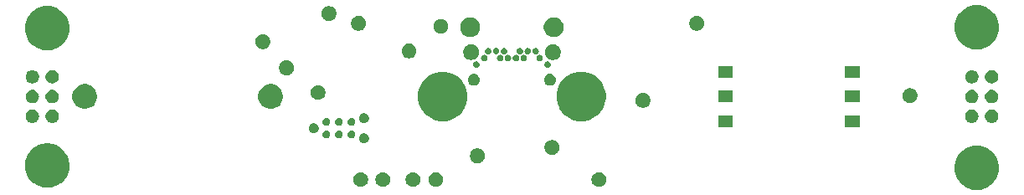
<source format=gbr>
G04 #@! TF.GenerationSoftware,KiCad,Pcbnew,(5.0.2)-1*
G04 #@! TF.CreationDate,2019-02-15T16:33:03-08:00*
G04 #@! TF.ProjectId,nixie_bottom_board,6e697869-655f-4626-9f74-746f6d5f626f,rev?*
G04 #@! TF.SameCoordinates,Original*
G04 #@! TF.FileFunction,Soldermask,Bot*
G04 #@! TF.FilePolarity,Negative*
%FSLAX46Y46*%
G04 Gerber Fmt 4.6, Leading zero omitted, Abs format (unit mm)*
G04 Created by KiCad (PCBNEW (5.0.2)-1) date 2/15/2019 4:33:03 PM*
%MOMM*%
%LPD*%
G01*
G04 APERTURE LIST*
%ADD10C,0.100000*%
G04 APERTURE END LIST*
D10*
G36*
X197366504Y-104978822D02*
X197656303Y-105036466D01*
X198065773Y-105206074D01*
X198190474Y-105289397D01*
X198433622Y-105451863D01*
X198434293Y-105452312D01*
X198747688Y-105765707D01*
X198993926Y-106134227D01*
X199163534Y-106543697D01*
X199187591Y-106664641D01*
X199250000Y-106978394D01*
X199250000Y-107421606D01*
X199232278Y-107510700D01*
X199163534Y-107856303D01*
X198993926Y-108265773D01*
X198854880Y-108473869D01*
X198747689Y-108634292D01*
X198434292Y-108947689D01*
X198365096Y-108993924D01*
X198065773Y-109193926D01*
X197656303Y-109363534D01*
X197366504Y-109421178D01*
X197221606Y-109450000D01*
X196778394Y-109450000D01*
X196633496Y-109421178D01*
X196343697Y-109363534D01*
X195934227Y-109193926D01*
X195634904Y-108993924D01*
X195565708Y-108947689D01*
X195252311Y-108634292D01*
X195145120Y-108473869D01*
X195006074Y-108265773D01*
X194836466Y-107856303D01*
X194767722Y-107510700D01*
X194750000Y-107421606D01*
X194750000Y-106978394D01*
X194812409Y-106664641D01*
X194836466Y-106543697D01*
X195006074Y-106134227D01*
X195252312Y-105765707D01*
X195565707Y-105452312D01*
X195566379Y-105451863D01*
X195809526Y-105289397D01*
X195934227Y-105206074D01*
X196343697Y-105036466D01*
X196633496Y-104978822D01*
X196778394Y-104950000D01*
X197221606Y-104950000D01*
X197366504Y-104978822D01*
X197366504Y-104978822D01*
G37*
G36*
X103366504Y-104778822D02*
X103656303Y-104836466D01*
X104065773Y-105006074D01*
X104147270Y-105060529D01*
X104434292Y-105252311D01*
X104747689Y-105565708D01*
X104793740Y-105634628D01*
X104993926Y-105934227D01*
X105163534Y-106343697D01*
X105190268Y-106478098D01*
X105250000Y-106778394D01*
X105250000Y-107221606D01*
X105232278Y-107310700D01*
X105163534Y-107656303D01*
X104993926Y-108065773D01*
X104872188Y-108247966D01*
X104747689Y-108434292D01*
X104434292Y-108747689D01*
X104322980Y-108822065D01*
X104065773Y-108993926D01*
X103656303Y-109163534D01*
X103366504Y-109221178D01*
X103221606Y-109250000D01*
X102778394Y-109250000D01*
X102633496Y-109221178D01*
X102343697Y-109163534D01*
X101934227Y-108993926D01*
X101677020Y-108822065D01*
X101565708Y-108747689D01*
X101252311Y-108434292D01*
X101127812Y-108247966D01*
X101006074Y-108065773D01*
X100836466Y-107656303D01*
X100767722Y-107310700D01*
X100750000Y-107221606D01*
X100750000Y-106778394D01*
X100809732Y-106478098D01*
X100836466Y-106343697D01*
X101006074Y-105934227D01*
X101206260Y-105634628D01*
X101252311Y-105565708D01*
X101565708Y-105252311D01*
X101852730Y-105060529D01*
X101934227Y-105006074D01*
X102343697Y-104836466D01*
X102633496Y-104778822D01*
X102778394Y-104750000D01*
X103221606Y-104750000D01*
X103366504Y-104778822D01*
X103366504Y-104778822D01*
G37*
G36*
X142518768Y-107678822D02*
X142655256Y-107735357D01*
X142778098Y-107817438D01*
X142882562Y-107921902D01*
X142964643Y-108044744D01*
X143021178Y-108181232D01*
X143050000Y-108326131D01*
X143050000Y-108473869D01*
X143021178Y-108618768D01*
X142964643Y-108755256D01*
X142882562Y-108878098D01*
X142778098Y-108982562D01*
X142655256Y-109064643D01*
X142518768Y-109121178D01*
X142373869Y-109150000D01*
X142226131Y-109150000D01*
X142081232Y-109121178D01*
X141944744Y-109064643D01*
X141821902Y-108982562D01*
X141717438Y-108878098D01*
X141635357Y-108755256D01*
X141578822Y-108618768D01*
X141550000Y-108473869D01*
X141550000Y-108326131D01*
X141578822Y-108181232D01*
X141635357Y-108044744D01*
X141717438Y-107921902D01*
X141821902Y-107817438D01*
X141944744Y-107735357D01*
X142081232Y-107678822D01*
X142226131Y-107650000D01*
X142373869Y-107650000D01*
X142518768Y-107678822D01*
X142518768Y-107678822D01*
G37*
G36*
X159018768Y-107678822D02*
X159155256Y-107735357D01*
X159278098Y-107817438D01*
X159382562Y-107921902D01*
X159464643Y-108044744D01*
X159521178Y-108181232D01*
X159550000Y-108326131D01*
X159550000Y-108473869D01*
X159521178Y-108618768D01*
X159464643Y-108755256D01*
X159382562Y-108878098D01*
X159278098Y-108982562D01*
X159155256Y-109064643D01*
X159018768Y-109121178D01*
X158873869Y-109150000D01*
X158726131Y-109150000D01*
X158581232Y-109121178D01*
X158444744Y-109064643D01*
X158321902Y-108982562D01*
X158217438Y-108878098D01*
X158135357Y-108755256D01*
X158078822Y-108618768D01*
X158050000Y-108473869D01*
X158050000Y-108326131D01*
X158078822Y-108181232D01*
X158135357Y-108044744D01*
X158217438Y-107921902D01*
X158321902Y-107817438D01*
X158444744Y-107735357D01*
X158581232Y-107678822D01*
X158726131Y-107650000D01*
X158873869Y-107650000D01*
X159018768Y-107678822D01*
X159018768Y-107678822D01*
G37*
G36*
X140218768Y-107678822D02*
X140355256Y-107735357D01*
X140478098Y-107817438D01*
X140582562Y-107921902D01*
X140664643Y-108044744D01*
X140721178Y-108181232D01*
X140750000Y-108326131D01*
X140750000Y-108473869D01*
X140721178Y-108618768D01*
X140664643Y-108755256D01*
X140582562Y-108878098D01*
X140478098Y-108982562D01*
X140355256Y-109064643D01*
X140218768Y-109121178D01*
X140073869Y-109150000D01*
X139926131Y-109150000D01*
X139781232Y-109121178D01*
X139644744Y-109064643D01*
X139521902Y-108982562D01*
X139417438Y-108878098D01*
X139335357Y-108755256D01*
X139278822Y-108618768D01*
X139250000Y-108473869D01*
X139250000Y-108326131D01*
X139278822Y-108181232D01*
X139335357Y-108044744D01*
X139417438Y-107921902D01*
X139521902Y-107817438D01*
X139644744Y-107735357D01*
X139781232Y-107678822D01*
X139926131Y-107650000D01*
X140073869Y-107650000D01*
X140218768Y-107678822D01*
X140218768Y-107678822D01*
G37*
G36*
X137168768Y-107678822D02*
X137305256Y-107735357D01*
X137428098Y-107817438D01*
X137532562Y-107921902D01*
X137614643Y-108044744D01*
X137671178Y-108181232D01*
X137700000Y-108326131D01*
X137700000Y-108473869D01*
X137671178Y-108618768D01*
X137614643Y-108755256D01*
X137532562Y-108878098D01*
X137428098Y-108982562D01*
X137305256Y-109064643D01*
X137168768Y-109121178D01*
X137023869Y-109150000D01*
X136876131Y-109150000D01*
X136731232Y-109121178D01*
X136594744Y-109064643D01*
X136471902Y-108982562D01*
X136367438Y-108878098D01*
X136285357Y-108755256D01*
X136228822Y-108618768D01*
X136200000Y-108473869D01*
X136200000Y-108326131D01*
X136228822Y-108181232D01*
X136285357Y-108044744D01*
X136367438Y-107921902D01*
X136471902Y-107817438D01*
X136594744Y-107735357D01*
X136731232Y-107678822D01*
X136876131Y-107650000D01*
X137023869Y-107650000D01*
X137168768Y-107678822D01*
X137168768Y-107678822D01*
G37*
G36*
X134918768Y-107678822D02*
X135055256Y-107735357D01*
X135178098Y-107817438D01*
X135282562Y-107921902D01*
X135364643Y-108044744D01*
X135421178Y-108181232D01*
X135450000Y-108326131D01*
X135450000Y-108473869D01*
X135421178Y-108618768D01*
X135364643Y-108755256D01*
X135282562Y-108878098D01*
X135178098Y-108982562D01*
X135055256Y-109064643D01*
X134918768Y-109121178D01*
X134773869Y-109150000D01*
X134626131Y-109150000D01*
X134481232Y-109121178D01*
X134344744Y-109064643D01*
X134221902Y-108982562D01*
X134117438Y-108878098D01*
X134035357Y-108755256D01*
X133978822Y-108618768D01*
X133950000Y-108473869D01*
X133950000Y-108326131D01*
X133978822Y-108181232D01*
X134035357Y-108044744D01*
X134117438Y-107921902D01*
X134221902Y-107817438D01*
X134344744Y-107735357D01*
X134481232Y-107678822D01*
X134626131Y-107650000D01*
X134773869Y-107650000D01*
X134918768Y-107678822D01*
X134918768Y-107678822D01*
G37*
G36*
X146718768Y-105278822D02*
X146855256Y-105335357D01*
X146978098Y-105417438D01*
X147082562Y-105521902D01*
X147164643Y-105644744D01*
X147221178Y-105781232D01*
X147250000Y-105926131D01*
X147250000Y-106073869D01*
X147221178Y-106218768D01*
X147164643Y-106355256D01*
X147109922Y-106437151D01*
X147082563Y-106478097D01*
X146978097Y-106582563D01*
X146937151Y-106609922D01*
X146855256Y-106664643D01*
X146718768Y-106721178D01*
X146573869Y-106750000D01*
X146426131Y-106750000D01*
X146281232Y-106721178D01*
X146144744Y-106664643D01*
X146062849Y-106609922D01*
X146021903Y-106582563D01*
X145917437Y-106478097D01*
X145890078Y-106437151D01*
X145835357Y-106355256D01*
X145778822Y-106218768D01*
X145750000Y-106073869D01*
X145750000Y-105926131D01*
X145778822Y-105781232D01*
X145835357Y-105644744D01*
X145917438Y-105521902D01*
X146021902Y-105417438D01*
X146144744Y-105335357D01*
X146281232Y-105278822D01*
X146426131Y-105250000D01*
X146573869Y-105250000D01*
X146718768Y-105278822D01*
X146718768Y-105278822D01*
G37*
G36*
X154268768Y-104428822D02*
X154405256Y-104485357D01*
X154528098Y-104567438D01*
X154632562Y-104671902D01*
X154714643Y-104794744D01*
X154771178Y-104931232D01*
X154800000Y-105076131D01*
X154800000Y-105223869D01*
X154771178Y-105368768D01*
X154714643Y-105505256D01*
X154674250Y-105565708D01*
X154645933Y-105608088D01*
X154632562Y-105628098D01*
X154528098Y-105732562D01*
X154405256Y-105814643D01*
X154268768Y-105871178D01*
X154123869Y-105900000D01*
X153976131Y-105900000D01*
X153831232Y-105871178D01*
X153694744Y-105814643D01*
X153571902Y-105732562D01*
X153467438Y-105628098D01*
X153454068Y-105608088D01*
X153425750Y-105565708D01*
X153385357Y-105505256D01*
X153328822Y-105368768D01*
X153300000Y-105223869D01*
X153300000Y-105076131D01*
X153328822Y-104931232D01*
X153385357Y-104794744D01*
X153467438Y-104671902D01*
X153571902Y-104567438D01*
X153694744Y-104485357D01*
X153831232Y-104428822D01*
X153976131Y-104400000D01*
X154123869Y-104400000D01*
X154268768Y-104428822D01*
X154268768Y-104428822D01*
G37*
G36*
X135184474Y-103739734D02*
X135274613Y-103777070D01*
X135355736Y-103831275D01*
X135424725Y-103900264D01*
X135478930Y-103981387D01*
X135516266Y-104071526D01*
X135535300Y-104167217D01*
X135535300Y-104264783D01*
X135516266Y-104360474D01*
X135478930Y-104450613D01*
X135424725Y-104531736D01*
X135355736Y-104600725D01*
X135274613Y-104654930D01*
X135184474Y-104692266D01*
X135088783Y-104711300D01*
X134991217Y-104711300D01*
X134895526Y-104692266D01*
X134805387Y-104654930D01*
X134724264Y-104600725D01*
X134655275Y-104531736D01*
X134601070Y-104450613D01*
X134563734Y-104360474D01*
X134544700Y-104264783D01*
X134544700Y-104167217D01*
X134563734Y-104071526D01*
X134601070Y-103981387D01*
X134655275Y-103900264D01*
X134724264Y-103831275D01*
X134805387Y-103777070D01*
X134895526Y-103739734D01*
X134991217Y-103720700D01*
X135088783Y-103720700D01*
X135184474Y-103739734D01*
X135184474Y-103739734D01*
G37*
G36*
X131294130Y-103446343D02*
X131344840Y-103456430D01*
X131416485Y-103486106D01*
X131459475Y-103514831D01*
X131480969Y-103529193D01*
X131535807Y-103584031D01*
X131550169Y-103605525D01*
X131578894Y-103648515D01*
X131608570Y-103720160D01*
X131623700Y-103796225D01*
X131623700Y-103873775D01*
X131608570Y-103949840D01*
X131578894Y-104021485D01*
X131535806Y-104085970D01*
X131480970Y-104140806D01*
X131416485Y-104183894D01*
X131344840Y-104213570D01*
X131294130Y-104223657D01*
X131268776Y-104228700D01*
X131191224Y-104228700D01*
X131165870Y-104223657D01*
X131115160Y-104213570D01*
X131043515Y-104183894D01*
X130979030Y-104140806D01*
X130924194Y-104085970D01*
X130881106Y-104021485D01*
X130851430Y-103949840D01*
X130836300Y-103873775D01*
X130836300Y-103796225D01*
X130851430Y-103720160D01*
X130881106Y-103648515D01*
X130909831Y-103605525D01*
X130924193Y-103584031D01*
X130979031Y-103529193D01*
X131000525Y-103514831D01*
X131043515Y-103486106D01*
X131115160Y-103456430D01*
X131165870Y-103446343D01*
X131191224Y-103441300D01*
X131268776Y-103441300D01*
X131294130Y-103446343D01*
X131294130Y-103446343D01*
G37*
G36*
X132564130Y-103446343D02*
X132614840Y-103456430D01*
X132686485Y-103486106D01*
X132729475Y-103514831D01*
X132750969Y-103529193D01*
X132805807Y-103584031D01*
X132820169Y-103605525D01*
X132848894Y-103648515D01*
X132878570Y-103720160D01*
X132893700Y-103796225D01*
X132893700Y-103873775D01*
X132878570Y-103949840D01*
X132848894Y-104021485D01*
X132805806Y-104085970D01*
X132750970Y-104140806D01*
X132686485Y-104183894D01*
X132614840Y-104213570D01*
X132564130Y-104223657D01*
X132538776Y-104228700D01*
X132461224Y-104228700D01*
X132435870Y-104223657D01*
X132385160Y-104213570D01*
X132313515Y-104183894D01*
X132249030Y-104140806D01*
X132194194Y-104085970D01*
X132151106Y-104021485D01*
X132121430Y-103949840D01*
X132106300Y-103873775D01*
X132106300Y-103796225D01*
X132121430Y-103720160D01*
X132151106Y-103648515D01*
X132179831Y-103605525D01*
X132194193Y-103584031D01*
X132249031Y-103529193D01*
X132270525Y-103514831D01*
X132313515Y-103486106D01*
X132385160Y-103456430D01*
X132435870Y-103446343D01*
X132461224Y-103441300D01*
X132538776Y-103441300D01*
X132564130Y-103446343D01*
X132564130Y-103446343D01*
G37*
G36*
X133834130Y-103446343D02*
X133884840Y-103456430D01*
X133956485Y-103486106D01*
X133999475Y-103514831D01*
X134020969Y-103529193D01*
X134075807Y-103584031D01*
X134090169Y-103605525D01*
X134118894Y-103648515D01*
X134148570Y-103720160D01*
X134163700Y-103796225D01*
X134163700Y-103873775D01*
X134148570Y-103949840D01*
X134118894Y-104021485D01*
X134075806Y-104085970D01*
X134020970Y-104140806D01*
X133956485Y-104183894D01*
X133884840Y-104213570D01*
X133834130Y-104223657D01*
X133808776Y-104228700D01*
X133731224Y-104228700D01*
X133705870Y-104223657D01*
X133655160Y-104213570D01*
X133583515Y-104183894D01*
X133519030Y-104140806D01*
X133464194Y-104085970D01*
X133421106Y-104021485D01*
X133391430Y-103949840D01*
X133376300Y-103873775D01*
X133376300Y-103796225D01*
X133391430Y-103720160D01*
X133421106Y-103648515D01*
X133449831Y-103605525D01*
X133464193Y-103584031D01*
X133519031Y-103529193D01*
X133540525Y-103514831D01*
X133583515Y-103486106D01*
X133655160Y-103456430D01*
X133705870Y-103446343D01*
X133731224Y-103441300D01*
X133808776Y-103441300D01*
X133834130Y-103446343D01*
X133834130Y-103446343D01*
G37*
G36*
X130104474Y-102723734D02*
X130194613Y-102761070D01*
X130275736Y-102815275D01*
X130344725Y-102884264D01*
X130398930Y-102965387D01*
X130436266Y-103055526D01*
X130455300Y-103151217D01*
X130455300Y-103248783D01*
X130436266Y-103344474D01*
X130398930Y-103434613D01*
X130344725Y-103515736D01*
X130275736Y-103584725D01*
X130194613Y-103638930D01*
X130104474Y-103676266D01*
X130008783Y-103695300D01*
X129911217Y-103695300D01*
X129815526Y-103676266D01*
X129725387Y-103638930D01*
X129644264Y-103584725D01*
X129575275Y-103515736D01*
X129521070Y-103434613D01*
X129483734Y-103344474D01*
X129464700Y-103248783D01*
X129464700Y-103151217D01*
X129483734Y-103055526D01*
X129521070Y-102965387D01*
X129575275Y-102884264D01*
X129644264Y-102815275D01*
X129725387Y-102761070D01*
X129815526Y-102723734D01*
X129911217Y-102704700D01*
X130008783Y-102704700D01*
X130104474Y-102723734D01*
X130104474Y-102723734D01*
G37*
G36*
X185150000Y-103085000D02*
X183650000Y-103085000D01*
X183650000Y-101915000D01*
X185150000Y-101915000D01*
X185150000Y-103085000D01*
X185150000Y-103085000D01*
G37*
G36*
X172350000Y-103085000D02*
X170850000Y-103085000D01*
X170850000Y-101915000D01*
X172350000Y-101915000D01*
X172350000Y-103085000D01*
X172350000Y-103085000D01*
G37*
G36*
X131294130Y-102176343D02*
X131344840Y-102186430D01*
X131416485Y-102216106D01*
X131480970Y-102259194D01*
X131535806Y-102314030D01*
X131578894Y-102378515D01*
X131608570Y-102450160D01*
X131623700Y-102526225D01*
X131623700Y-102603775D01*
X131608570Y-102679840D01*
X131578894Y-102751485D01*
X131572489Y-102761070D01*
X131536271Y-102815275D01*
X131535806Y-102815970D01*
X131480970Y-102870806D01*
X131416485Y-102913894D01*
X131344840Y-102943570D01*
X131294130Y-102953657D01*
X131268776Y-102958700D01*
X131191224Y-102958700D01*
X131165870Y-102953657D01*
X131115160Y-102943570D01*
X131043515Y-102913894D01*
X130979030Y-102870806D01*
X130924194Y-102815970D01*
X130923730Y-102815275D01*
X130887511Y-102761070D01*
X130881106Y-102751485D01*
X130851430Y-102679840D01*
X130836300Y-102603775D01*
X130836300Y-102526225D01*
X130851430Y-102450160D01*
X130881106Y-102378515D01*
X130924194Y-102314030D01*
X130979030Y-102259194D01*
X131043515Y-102216106D01*
X131115160Y-102186430D01*
X131165870Y-102176343D01*
X131191224Y-102171300D01*
X131268776Y-102171300D01*
X131294130Y-102176343D01*
X131294130Y-102176343D01*
G37*
G36*
X133834130Y-102176343D02*
X133884840Y-102186430D01*
X133956485Y-102216106D01*
X134020970Y-102259194D01*
X134075806Y-102314030D01*
X134118894Y-102378515D01*
X134148570Y-102450160D01*
X134163700Y-102526225D01*
X134163700Y-102603775D01*
X134148570Y-102679840D01*
X134118894Y-102751485D01*
X134112489Y-102761070D01*
X134076271Y-102815275D01*
X134075806Y-102815970D01*
X134020970Y-102870806D01*
X133956485Y-102913894D01*
X133884840Y-102943570D01*
X133834130Y-102953657D01*
X133808776Y-102958700D01*
X133731224Y-102958700D01*
X133705870Y-102953657D01*
X133655160Y-102943570D01*
X133583515Y-102913894D01*
X133519030Y-102870806D01*
X133464194Y-102815970D01*
X133463730Y-102815275D01*
X133427511Y-102761070D01*
X133421106Y-102751485D01*
X133391430Y-102679840D01*
X133376300Y-102603775D01*
X133376300Y-102526225D01*
X133391430Y-102450160D01*
X133421106Y-102378515D01*
X133464194Y-102314030D01*
X133519030Y-102259194D01*
X133583515Y-102216106D01*
X133655160Y-102186430D01*
X133705870Y-102176343D01*
X133731224Y-102171300D01*
X133808776Y-102171300D01*
X133834130Y-102176343D01*
X133834130Y-102176343D01*
G37*
G36*
X132564130Y-102176343D02*
X132614840Y-102186430D01*
X132686485Y-102216106D01*
X132750970Y-102259194D01*
X132805806Y-102314030D01*
X132848894Y-102378515D01*
X132878570Y-102450160D01*
X132893700Y-102526225D01*
X132893700Y-102603775D01*
X132878570Y-102679840D01*
X132848894Y-102751485D01*
X132842489Y-102761070D01*
X132806271Y-102815275D01*
X132805806Y-102815970D01*
X132750970Y-102870806D01*
X132686485Y-102913894D01*
X132614840Y-102943570D01*
X132564130Y-102953657D01*
X132538776Y-102958700D01*
X132461224Y-102958700D01*
X132435870Y-102953657D01*
X132385160Y-102943570D01*
X132313515Y-102913894D01*
X132249030Y-102870806D01*
X132194194Y-102815970D01*
X132193730Y-102815275D01*
X132157511Y-102761070D01*
X132151106Y-102751485D01*
X132121430Y-102679840D01*
X132106300Y-102603775D01*
X132106300Y-102526225D01*
X132121430Y-102450160D01*
X132151106Y-102378515D01*
X132194194Y-102314030D01*
X132249030Y-102259194D01*
X132313515Y-102216106D01*
X132385160Y-102186430D01*
X132435870Y-102176343D01*
X132461224Y-102171300D01*
X132538776Y-102171300D01*
X132564130Y-102176343D01*
X132564130Y-102176343D01*
G37*
G36*
X135184474Y-101707734D02*
X135274613Y-101745070D01*
X135355736Y-101799275D01*
X135424725Y-101868264D01*
X135478930Y-101949387D01*
X135516266Y-102039526D01*
X135535300Y-102135217D01*
X135535300Y-102232783D01*
X135516266Y-102328474D01*
X135478930Y-102418613D01*
X135424725Y-102499736D01*
X135355736Y-102568725D01*
X135274613Y-102622930D01*
X135184474Y-102660266D01*
X135088783Y-102679300D01*
X134991217Y-102679300D01*
X134895526Y-102660266D01*
X134805387Y-102622930D01*
X134724264Y-102568725D01*
X134655275Y-102499736D01*
X134601070Y-102418613D01*
X134563734Y-102328474D01*
X134544700Y-102232783D01*
X134544700Y-102135217D01*
X134563734Y-102039526D01*
X134601070Y-101949387D01*
X134655275Y-101868264D01*
X134724264Y-101799275D01*
X134805387Y-101745070D01*
X134895526Y-101707734D01*
X134991217Y-101688700D01*
X135088783Y-101688700D01*
X135184474Y-101707734D01*
X135184474Y-101707734D01*
G37*
G36*
X101632323Y-101334767D02*
X101759561Y-101373364D01*
X101876824Y-101436042D01*
X101979606Y-101520394D01*
X102063958Y-101623176D01*
X102126636Y-101740439D01*
X102165233Y-101867677D01*
X102178266Y-102000000D01*
X102165233Y-102132323D01*
X102126636Y-102259561D01*
X102063958Y-102376824D01*
X101979606Y-102479606D01*
X101876824Y-102563958D01*
X101759561Y-102626636D01*
X101632323Y-102665233D01*
X101533159Y-102675000D01*
X101466841Y-102675000D01*
X101367677Y-102665233D01*
X101240439Y-102626636D01*
X101123176Y-102563958D01*
X101020394Y-102479606D01*
X100936042Y-102376824D01*
X100873364Y-102259561D01*
X100834767Y-102132323D01*
X100821734Y-102000000D01*
X100834767Y-101867677D01*
X100873364Y-101740439D01*
X100936042Y-101623176D01*
X101020394Y-101520394D01*
X101123176Y-101436042D01*
X101240439Y-101373364D01*
X101367677Y-101334767D01*
X101466841Y-101325000D01*
X101533159Y-101325000D01*
X101632323Y-101334767D01*
X101632323Y-101334767D01*
G37*
G36*
X103632323Y-101334767D02*
X103759561Y-101373364D01*
X103876824Y-101436042D01*
X103979606Y-101520394D01*
X104063958Y-101623176D01*
X104126636Y-101740439D01*
X104165233Y-101867677D01*
X104178266Y-102000000D01*
X104165233Y-102132323D01*
X104126636Y-102259561D01*
X104063958Y-102376824D01*
X103979606Y-102479606D01*
X103876824Y-102563958D01*
X103759561Y-102626636D01*
X103632323Y-102665233D01*
X103533159Y-102675000D01*
X103466841Y-102675000D01*
X103367677Y-102665233D01*
X103240439Y-102626636D01*
X103123176Y-102563958D01*
X103020394Y-102479606D01*
X102936042Y-102376824D01*
X102873364Y-102259561D01*
X102834767Y-102132323D01*
X102821734Y-102000000D01*
X102834767Y-101867677D01*
X102873364Y-101740439D01*
X102936042Y-101623176D01*
X103020394Y-101520394D01*
X103123176Y-101436042D01*
X103240439Y-101373364D01*
X103367677Y-101334767D01*
X103466841Y-101325000D01*
X103533159Y-101325000D01*
X103632323Y-101334767D01*
X103632323Y-101334767D01*
G37*
G36*
X198632323Y-101334767D02*
X198759561Y-101373364D01*
X198876824Y-101436042D01*
X198979606Y-101520394D01*
X199063958Y-101623176D01*
X199126636Y-101740439D01*
X199165233Y-101867677D01*
X199178266Y-102000000D01*
X199165233Y-102132323D01*
X199126636Y-102259561D01*
X199063958Y-102376824D01*
X198979606Y-102479606D01*
X198876824Y-102563958D01*
X198759561Y-102626636D01*
X198632323Y-102665233D01*
X198533159Y-102675000D01*
X198466841Y-102675000D01*
X198367677Y-102665233D01*
X198240439Y-102626636D01*
X198123176Y-102563958D01*
X198020394Y-102479606D01*
X197936042Y-102376824D01*
X197873364Y-102259561D01*
X197834767Y-102132323D01*
X197821734Y-102000000D01*
X197834767Y-101867677D01*
X197873364Y-101740439D01*
X197936042Y-101623176D01*
X198020394Y-101520394D01*
X198123176Y-101436042D01*
X198240439Y-101373364D01*
X198367677Y-101334767D01*
X198466841Y-101325000D01*
X198533159Y-101325000D01*
X198632323Y-101334767D01*
X198632323Y-101334767D01*
G37*
G36*
X196632323Y-101334767D02*
X196759561Y-101373364D01*
X196876824Y-101436042D01*
X196979606Y-101520394D01*
X197063958Y-101623176D01*
X197126636Y-101740439D01*
X197165233Y-101867677D01*
X197178266Y-102000000D01*
X197165233Y-102132323D01*
X197126636Y-102259561D01*
X197063958Y-102376824D01*
X196979606Y-102479606D01*
X196876824Y-102563958D01*
X196759561Y-102626636D01*
X196632323Y-102665233D01*
X196533159Y-102675000D01*
X196466841Y-102675000D01*
X196367677Y-102665233D01*
X196240439Y-102626636D01*
X196123176Y-102563958D01*
X196020394Y-102479606D01*
X195936042Y-102376824D01*
X195873364Y-102259561D01*
X195834767Y-102132323D01*
X195821734Y-102000000D01*
X195834767Y-101867677D01*
X195873364Y-101740439D01*
X195936042Y-101623176D01*
X196020394Y-101520394D01*
X196123176Y-101436042D01*
X196240439Y-101373364D01*
X196367677Y-101334767D01*
X196466841Y-101325000D01*
X196533159Y-101325000D01*
X196632323Y-101334767D01*
X196632323Y-101334767D01*
G37*
G36*
X143729225Y-97596074D02*
X144184192Y-97784528D01*
X144184194Y-97784529D01*
X144308638Y-97867680D01*
X144593658Y-98058124D01*
X144941876Y-98406342D01*
X145094512Y-98634778D01*
X145198797Y-98790851D01*
X145215472Y-98815808D01*
X145403926Y-99270775D01*
X145500000Y-99753772D01*
X145500000Y-100246228D01*
X145403926Y-100729225D01*
X145241573Y-101121178D01*
X145215471Y-101184194D01*
X145171501Y-101250000D01*
X144941876Y-101593658D01*
X144593658Y-101941876D01*
X144447514Y-102039526D01*
X144184194Y-102215471D01*
X144184193Y-102215472D01*
X144184192Y-102215472D01*
X143729225Y-102403926D01*
X143246228Y-102500000D01*
X142753772Y-102500000D01*
X142270775Y-102403926D01*
X141815808Y-102215472D01*
X141815807Y-102215472D01*
X141815806Y-102215471D01*
X141552486Y-102039526D01*
X141406342Y-101941876D01*
X141058124Y-101593658D01*
X140828499Y-101250000D01*
X140784529Y-101184194D01*
X140758427Y-101121178D01*
X140596074Y-100729225D01*
X140500000Y-100246228D01*
X140500000Y-99753772D01*
X140596074Y-99270775D01*
X140784528Y-98815808D01*
X140801204Y-98790851D01*
X140905488Y-98634778D01*
X141058124Y-98406342D01*
X141406342Y-98058124D01*
X141691362Y-97867680D01*
X141815806Y-97784529D01*
X141815808Y-97784528D01*
X142270775Y-97596074D01*
X142753772Y-97500000D01*
X143246228Y-97500000D01*
X143729225Y-97596074D01*
X143729225Y-97596074D01*
G37*
G36*
X157729225Y-97596074D02*
X158184192Y-97784528D01*
X158184194Y-97784529D01*
X158308638Y-97867680D01*
X158593658Y-98058124D01*
X158941876Y-98406342D01*
X159094512Y-98634778D01*
X159198797Y-98790851D01*
X159215472Y-98815808D01*
X159403926Y-99270775D01*
X159500000Y-99753772D01*
X159500000Y-100246228D01*
X159403926Y-100729225D01*
X159241573Y-101121178D01*
X159215471Y-101184194D01*
X159171501Y-101250000D01*
X158941876Y-101593658D01*
X158593658Y-101941876D01*
X158447514Y-102039526D01*
X158184194Y-102215471D01*
X158184193Y-102215472D01*
X158184192Y-102215472D01*
X157729225Y-102403926D01*
X157246228Y-102500000D01*
X156753772Y-102500000D01*
X156270775Y-102403926D01*
X155815808Y-102215472D01*
X155815807Y-102215472D01*
X155815806Y-102215471D01*
X155552486Y-102039526D01*
X155406342Y-101941876D01*
X155058124Y-101593658D01*
X154828499Y-101250000D01*
X154784529Y-101184194D01*
X154758427Y-101121178D01*
X154596074Y-100729225D01*
X154500000Y-100246228D01*
X154500000Y-99753772D01*
X154596074Y-99270775D01*
X154784528Y-98815808D01*
X154801204Y-98790851D01*
X154905488Y-98634778D01*
X155058124Y-98406342D01*
X155406342Y-98058124D01*
X155691362Y-97867680D01*
X155815806Y-97784529D01*
X155815808Y-97784528D01*
X156270775Y-97596074D01*
X156753772Y-97500000D01*
X157246228Y-97500000D01*
X157729225Y-97596074D01*
X157729225Y-97596074D01*
G37*
G36*
X125964613Y-98798037D02*
X126192095Y-98892263D01*
X126396830Y-99029063D01*
X126570937Y-99203170D01*
X126707737Y-99407905D01*
X126801963Y-99635387D01*
X126850000Y-99876886D01*
X126850000Y-100123114D01*
X126801963Y-100364613D01*
X126707737Y-100592095D01*
X126570937Y-100796830D01*
X126396830Y-100970937D01*
X126192095Y-101107737D01*
X125964613Y-101201963D01*
X125723114Y-101250000D01*
X125476886Y-101250000D01*
X125235387Y-101201963D01*
X125007905Y-101107737D01*
X124803170Y-100970937D01*
X124629063Y-100796830D01*
X124492263Y-100592095D01*
X124398037Y-100364613D01*
X124350000Y-100123114D01*
X124350000Y-99876886D01*
X124398037Y-99635387D01*
X124492263Y-99407905D01*
X124629063Y-99203170D01*
X124803170Y-99029063D01*
X125007905Y-98892263D01*
X125235387Y-98798037D01*
X125476886Y-98750000D01*
X125723114Y-98750000D01*
X125964613Y-98798037D01*
X125964613Y-98798037D01*
G37*
G36*
X107164613Y-98798037D02*
X107392095Y-98892263D01*
X107596830Y-99029063D01*
X107770937Y-99203170D01*
X107907737Y-99407905D01*
X108001963Y-99635387D01*
X108050000Y-99876886D01*
X108050000Y-100123114D01*
X108001963Y-100364613D01*
X107907737Y-100592095D01*
X107770937Y-100796830D01*
X107596830Y-100970937D01*
X107392095Y-101107737D01*
X107164613Y-101201963D01*
X106923114Y-101250000D01*
X106676886Y-101250000D01*
X106435387Y-101201963D01*
X106207905Y-101107737D01*
X106003170Y-100970937D01*
X105829063Y-100796830D01*
X105692263Y-100592095D01*
X105598037Y-100364613D01*
X105550000Y-100123114D01*
X105550000Y-99876886D01*
X105598037Y-99635387D01*
X105692263Y-99407905D01*
X105829063Y-99203170D01*
X106003170Y-99029063D01*
X106207905Y-98892263D01*
X106435387Y-98798037D01*
X106676886Y-98750000D01*
X106923114Y-98750000D01*
X107164613Y-98798037D01*
X107164613Y-98798037D01*
G37*
G36*
X163468768Y-99678822D02*
X163605256Y-99735357D01*
X163728098Y-99817438D01*
X163832562Y-99921902D01*
X163914643Y-100044744D01*
X163971178Y-100181232D01*
X164000000Y-100326131D01*
X164000000Y-100473869D01*
X163971178Y-100618768D01*
X163914643Y-100755256D01*
X163832562Y-100878098D01*
X163728098Y-100982562D01*
X163605256Y-101064643D01*
X163468768Y-101121178D01*
X163323869Y-101150000D01*
X163176131Y-101150000D01*
X163031232Y-101121178D01*
X162894744Y-101064643D01*
X162771902Y-100982562D01*
X162667438Y-100878098D01*
X162585357Y-100755256D01*
X162528822Y-100618768D01*
X162500000Y-100473869D01*
X162500000Y-100326131D01*
X162528822Y-100181232D01*
X162585357Y-100044744D01*
X162667438Y-99921902D01*
X162771902Y-99817438D01*
X162894744Y-99735357D01*
X163031232Y-99678822D01*
X163176131Y-99650000D01*
X163323869Y-99650000D01*
X163468768Y-99678822D01*
X163468768Y-99678822D01*
G37*
G36*
X103632323Y-99334767D02*
X103759561Y-99373364D01*
X103876824Y-99436042D01*
X103979606Y-99520394D01*
X104063958Y-99623176D01*
X104126636Y-99740439D01*
X104165233Y-99867677D01*
X104178266Y-100000000D01*
X104165233Y-100132323D01*
X104126636Y-100259561D01*
X104063958Y-100376824D01*
X103979606Y-100479606D01*
X103876824Y-100563958D01*
X103759561Y-100626636D01*
X103632323Y-100665233D01*
X103533159Y-100675000D01*
X103466841Y-100675000D01*
X103367677Y-100665233D01*
X103240439Y-100626636D01*
X103123176Y-100563958D01*
X103020394Y-100479606D01*
X102936042Y-100376824D01*
X102873364Y-100259561D01*
X102834767Y-100132323D01*
X102821734Y-100000000D01*
X102834767Y-99867677D01*
X102873364Y-99740439D01*
X102936042Y-99623176D01*
X103020394Y-99520394D01*
X103123176Y-99436042D01*
X103240439Y-99373364D01*
X103367677Y-99334767D01*
X103466841Y-99325000D01*
X103533159Y-99325000D01*
X103632323Y-99334767D01*
X103632323Y-99334767D01*
G37*
G36*
X101632323Y-99334767D02*
X101759561Y-99373364D01*
X101876824Y-99436042D01*
X101979606Y-99520394D01*
X102063958Y-99623176D01*
X102126636Y-99740439D01*
X102165233Y-99867677D01*
X102178266Y-100000000D01*
X102165233Y-100132323D01*
X102126636Y-100259561D01*
X102063958Y-100376824D01*
X101979606Y-100479606D01*
X101876824Y-100563958D01*
X101759561Y-100626636D01*
X101632323Y-100665233D01*
X101533159Y-100675000D01*
X101466841Y-100675000D01*
X101367677Y-100665233D01*
X101240439Y-100626636D01*
X101123176Y-100563958D01*
X101020394Y-100479606D01*
X100936042Y-100376824D01*
X100873364Y-100259561D01*
X100834767Y-100132323D01*
X100821734Y-100000000D01*
X100834767Y-99867677D01*
X100873364Y-99740439D01*
X100936042Y-99623176D01*
X101020394Y-99520394D01*
X101123176Y-99436042D01*
X101240439Y-99373364D01*
X101367677Y-99334767D01*
X101466841Y-99325000D01*
X101533159Y-99325000D01*
X101632323Y-99334767D01*
X101632323Y-99334767D01*
G37*
G36*
X198632323Y-99334767D02*
X198759561Y-99373364D01*
X198876824Y-99436042D01*
X198979606Y-99520394D01*
X199063958Y-99623176D01*
X199126636Y-99740439D01*
X199165233Y-99867677D01*
X199178266Y-100000000D01*
X199165233Y-100132323D01*
X199126636Y-100259561D01*
X199063958Y-100376824D01*
X198979606Y-100479606D01*
X198876824Y-100563958D01*
X198759561Y-100626636D01*
X198632323Y-100665233D01*
X198533159Y-100675000D01*
X198466841Y-100675000D01*
X198367677Y-100665233D01*
X198240439Y-100626636D01*
X198123176Y-100563958D01*
X198020394Y-100479606D01*
X197936042Y-100376824D01*
X197873364Y-100259561D01*
X197834767Y-100132323D01*
X197821734Y-100000000D01*
X197834767Y-99867677D01*
X197873364Y-99740439D01*
X197936042Y-99623176D01*
X198020394Y-99520394D01*
X198123176Y-99436042D01*
X198240439Y-99373364D01*
X198367677Y-99334767D01*
X198466841Y-99325000D01*
X198533159Y-99325000D01*
X198632323Y-99334767D01*
X198632323Y-99334767D01*
G37*
G36*
X196632323Y-99334767D02*
X196759561Y-99373364D01*
X196876824Y-99436042D01*
X196979606Y-99520394D01*
X197063958Y-99623176D01*
X197126636Y-99740439D01*
X197165233Y-99867677D01*
X197178266Y-100000000D01*
X197165233Y-100132323D01*
X197126636Y-100259561D01*
X197063958Y-100376824D01*
X196979606Y-100479606D01*
X196876824Y-100563958D01*
X196759561Y-100626636D01*
X196632323Y-100665233D01*
X196533159Y-100675000D01*
X196466841Y-100675000D01*
X196367677Y-100665233D01*
X196240439Y-100626636D01*
X196123176Y-100563958D01*
X196020394Y-100479606D01*
X195936042Y-100376824D01*
X195873364Y-100259561D01*
X195834767Y-100132323D01*
X195821734Y-100000000D01*
X195834767Y-99867677D01*
X195873364Y-99740439D01*
X195936042Y-99623176D01*
X196020394Y-99520394D01*
X196123176Y-99436042D01*
X196240439Y-99373364D01*
X196367677Y-99334767D01*
X196466841Y-99325000D01*
X196533159Y-99325000D01*
X196632323Y-99334767D01*
X196632323Y-99334767D01*
G37*
G36*
X190468768Y-99178822D02*
X190605256Y-99235357D01*
X190658262Y-99270775D01*
X190728097Y-99317437D01*
X190832563Y-99421903D01*
X190859922Y-99462849D01*
X190914643Y-99544744D01*
X190971178Y-99681232D01*
X191000000Y-99826131D01*
X191000000Y-99973869D01*
X190971178Y-100118768D01*
X190914643Y-100255256D01*
X190877596Y-100310700D01*
X190833414Y-100376824D01*
X190832562Y-100378098D01*
X190728098Y-100482562D01*
X190605256Y-100564643D01*
X190468768Y-100621178D01*
X190323869Y-100650000D01*
X190176131Y-100650000D01*
X190031232Y-100621178D01*
X189894744Y-100564643D01*
X189771902Y-100482562D01*
X189667438Y-100378098D01*
X189666587Y-100376824D01*
X189622404Y-100310700D01*
X189585357Y-100255256D01*
X189528822Y-100118768D01*
X189500000Y-99973869D01*
X189500000Y-99826131D01*
X189528822Y-99681232D01*
X189585357Y-99544744D01*
X189640078Y-99462849D01*
X189667437Y-99421903D01*
X189771903Y-99317437D01*
X189841738Y-99270775D01*
X189894744Y-99235357D01*
X190031232Y-99178822D01*
X190176131Y-99150000D01*
X190323869Y-99150000D01*
X190468768Y-99178822D01*
X190468768Y-99178822D01*
G37*
G36*
X172350000Y-100585000D02*
X170850000Y-100585000D01*
X170850000Y-99415000D01*
X172350000Y-99415000D01*
X172350000Y-100585000D01*
X172350000Y-100585000D01*
G37*
G36*
X185150000Y-100585000D02*
X183650000Y-100585000D01*
X183650000Y-99415000D01*
X185150000Y-99415000D01*
X185150000Y-100585000D01*
X185150000Y-100585000D01*
G37*
G36*
X130618768Y-98878822D02*
X130755256Y-98935357D01*
X130878098Y-99017438D01*
X130982562Y-99121902D01*
X131064643Y-99244744D01*
X131121178Y-99381232D01*
X131150000Y-99526131D01*
X131150000Y-99673869D01*
X131121178Y-99818768D01*
X131064643Y-99955256D01*
X130982562Y-100078098D01*
X130878098Y-100182562D01*
X130755256Y-100264643D01*
X130618768Y-100321178D01*
X130473869Y-100350000D01*
X130326131Y-100350000D01*
X130181232Y-100321178D01*
X130044744Y-100264643D01*
X129921902Y-100182562D01*
X129817438Y-100078098D01*
X129735357Y-99955256D01*
X129678822Y-99818768D01*
X129650000Y-99673869D01*
X129650000Y-99526131D01*
X129678822Y-99381232D01*
X129735357Y-99244744D01*
X129817438Y-99121902D01*
X129921902Y-99017438D01*
X130044744Y-98935357D01*
X130181232Y-98878822D01*
X130326131Y-98850000D01*
X130473869Y-98850000D01*
X130618768Y-98878822D01*
X130618768Y-98878822D01*
G37*
G36*
X146272054Y-97721529D02*
X146330015Y-97733058D01*
X146439204Y-97778285D01*
X146439207Y-97778287D01*
X146537478Y-97843950D01*
X146621050Y-97927522D01*
X146686713Y-98025793D01*
X146686715Y-98025796D01*
X146730838Y-98132320D01*
X146731942Y-98134986D01*
X146755000Y-98250905D01*
X146755000Y-98369095D01*
X146753462Y-98376825D01*
X146731942Y-98485015D01*
X146686715Y-98594204D01*
X146686713Y-98594207D01*
X146621050Y-98692478D01*
X146537478Y-98776050D01*
X146504572Y-98798037D01*
X146439204Y-98841715D01*
X146330015Y-98886942D01*
X146303264Y-98892263D01*
X146214095Y-98910000D01*
X146095905Y-98910000D01*
X146006736Y-98892263D01*
X145979985Y-98886942D01*
X145870796Y-98841715D01*
X145805428Y-98798037D01*
X145772522Y-98776050D01*
X145688950Y-98692478D01*
X145623287Y-98594207D01*
X145623285Y-98594204D01*
X145578058Y-98485015D01*
X145556538Y-98376825D01*
X145555000Y-98369095D01*
X145555000Y-98250905D01*
X145578058Y-98134986D01*
X145579162Y-98132320D01*
X145623285Y-98025796D01*
X145623287Y-98025793D01*
X145688950Y-97927522D01*
X145772522Y-97843950D01*
X145870793Y-97778287D01*
X145870796Y-97778285D01*
X145979985Y-97733058D01*
X146037946Y-97721529D01*
X146095905Y-97710000D01*
X146214095Y-97710000D01*
X146272054Y-97721529D01*
X146272054Y-97721529D01*
G37*
G36*
X153962054Y-97721529D02*
X154020015Y-97733058D01*
X154129204Y-97778285D01*
X154129207Y-97778287D01*
X154227478Y-97843950D01*
X154311050Y-97927522D01*
X154376713Y-98025793D01*
X154376715Y-98025796D01*
X154420838Y-98132320D01*
X154421942Y-98134986D01*
X154445000Y-98250905D01*
X154445000Y-98369095D01*
X154443462Y-98376825D01*
X154421942Y-98485015D01*
X154376715Y-98594204D01*
X154376713Y-98594207D01*
X154311050Y-98692478D01*
X154227478Y-98776050D01*
X154194572Y-98798037D01*
X154129204Y-98841715D01*
X154020015Y-98886942D01*
X153993264Y-98892263D01*
X153904095Y-98910000D01*
X153785905Y-98910000D01*
X153696736Y-98892263D01*
X153669985Y-98886942D01*
X153560796Y-98841715D01*
X153495428Y-98798037D01*
X153462522Y-98776050D01*
X153378950Y-98692478D01*
X153313287Y-98594207D01*
X153313285Y-98594204D01*
X153268058Y-98485015D01*
X153246538Y-98376825D01*
X153245000Y-98369095D01*
X153245000Y-98250905D01*
X153268058Y-98134986D01*
X153269162Y-98132320D01*
X153313285Y-98025796D01*
X153313287Y-98025793D01*
X153378950Y-97927522D01*
X153462522Y-97843950D01*
X153560793Y-97778287D01*
X153560796Y-97778285D01*
X153669985Y-97733058D01*
X153727946Y-97721529D01*
X153785905Y-97710000D01*
X153904095Y-97710000D01*
X153962054Y-97721529D01*
X153962054Y-97721529D01*
G37*
G36*
X103632323Y-97334767D02*
X103759561Y-97373364D01*
X103876824Y-97436042D01*
X103979606Y-97520394D01*
X104063958Y-97623176D01*
X104126636Y-97740439D01*
X104165233Y-97867677D01*
X104178266Y-98000000D01*
X104165233Y-98132323D01*
X104126636Y-98259561D01*
X104063958Y-98376824D01*
X103979606Y-98479606D01*
X103876824Y-98563958D01*
X103759561Y-98626636D01*
X103632323Y-98665233D01*
X103533159Y-98675000D01*
X103466841Y-98675000D01*
X103367677Y-98665233D01*
X103240439Y-98626636D01*
X103123176Y-98563958D01*
X103020394Y-98479606D01*
X102936042Y-98376824D01*
X102873364Y-98259561D01*
X102834767Y-98132323D01*
X102821734Y-98000000D01*
X102834767Y-97867677D01*
X102873364Y-97740439D01*
X102936042Y-97623176D01*
X103020394Y-97520394D01*
X103123176Y-97436042D01*
X103240439Y-97373364D01*
X103367677Y-97334767D01*
X103466841Y-97325000D01*
X103533159Y-97325000D01*
X103632323Y-97334767D01*
X103632323Y-97334767D01*
G37*
G36*
X196609951Y-97333647D02*
X196696892Y-97350940D01*
X196819730Y-97401821D01*
X196930289Y-97475694D01*
X197024306Y-97569711D01*
X197098179Y-97680270D01*
X197149060Y-97803108D01*
X197149060Y-97803110D01*
X197175000Y-97933518D01*
X197175000Y-98066482D01*
X197166353Y-98109951D01*
X197149060Y-98196892D01*
X197098179Y-98319730D01*
X197024306Y-98430289D01*
X196930289Y-98524306D01*
X196819730Y-98598179D01*
X196696892Y-98649060D01*
X196615584Y-98665233D01*
X196566482Y-98675000D01*
X196433518Y-98675000D01*
X196384416Y-98665233D01*
X196303108Y-98649060D01*
X196180270Y-98598179D01*
X196069711Y-98524306D01*
X195975694Y-98430289D01*
X195901821Y-98319730D01*
X195850940Y-98196892D01*
X195833647Y-98109951D01*
X195825000Y-98066482D01*
X195825000Y-97933518D01*
X195850940Y-97803110D01*
X195850940Y-97803108D01*
X195901821Y-97680270D01*
X195975694Y-97569711D01*
X196069711Y-97475694D01*
X196180270Y-97401821D01*
X196303108Y-97350940D01*
X196390049Y-97333647D01*
X196433518Y-97325000D01*
X196566482Y-97325000D01*
X196609951Y-97333647D01*
X196609951Y-97333647D01*
G37*
G36*
X198632323Y-97334767D02*
X198759561Y-97373364D01*
X198876824Y-97436042D01*
X198979606Y-97520394D01*
X199063958Y-97623176D01*
X199126636Y-97740439D01*
X199165233Y-97867677D01*
X199178266Y-98000000D01*
X199165233Y-98132323D01*
X199126636Y-98259561D01*
X199063958Y-98376824D01*
X198979606Y-98479606D01*
X198876824Y-98563958D01*
X198759561Y-98626636D01*
X198632323Y-98665233D01*
X198533159Y-98675000D01*
X198466841Y-98675000D01*
X198367677Y-98665233D01*
X198240439Y-98626636D01*
X198123176Y-98563958D01*
X198020394Y-98479606D01*
X197936042Y-98376824D01*
X197873364Y-98259561D01*
X197834767Y-98132323D01*
X197821734Y-98000000D01*
X197834767Y-97867677D01*
X197873364Y-97740439D01*
X197936042Y-97623176D01*
X198020394Y-97520394D01*
X198123176Y-97436042D01*
X198240439Y-97373364D01*
X198367677Y-97334767D01*
X198466841Y-97325000D01*
X198533159Y-97325000D01*
X198632323Y-97334767D01*
X198632323Y-97334767D01*
G37*
G36*
X101609951Y-97333647D02*
X101696892Y-97350940D01*
X101819730Y-97401821D01*
X101930289Y-97475694D01*
X102024306Y-97569711D01*
X102098179Y-97680270D01*
X102149060Y-97803108D01*
X102149060Y-97803110D01*
X102175000Y-97933518D01*
X102175000Y-98066482D01*
X102166353Y-98109951D01*
X102149060Y-98196892D01*
X102098179Y-98319730D01*
X102024306Y-98430289D01*
X101930289Y-98524306D01*
X101819730Y-98598179D01*
X101696892Y-98649060D01*
X101615584Y-98665233D01*
X101566482Y-98675000D01*
X101433518Y-98675000D01*
X101384416Y-98665233D01*
X101303108Y-98649060D01*
X101180270Y-98598179D01*
X101069711Y-98524306D01*
X100975694Y-98430289D01*
X100901821Y-98319730D01*
X100850940Y-98196892D01*
X100833647Y-98109951D01*
X100825000Y-98066482D01*
X100825000Y-97933518D01*
X100850940Y-97803110D01*
X100850940Y-97803108D01*
X100901821Y-97680270D01*
X100975694Y-97569711D01*
X101069711Y-97475694D01*
X101180270Y-97401821D01*
X101303108Y-97350940D01*
X101390049Y-97333647D01*
X101433518Y-97325000D01*
X101566482Y-97325000D01*
X101609951Y-97333647D01*
X101609951Y-97333647D01*
G37*
G36*
X185150000Y-98085000D02*
X183650000Y-98085000D01*
X183650000Y-96915000D01*
X185150000Y-96915000D01*
X185150000Y-98085000D01*
X185150000Y-98085000D01*
G37*
G36*
X172350000Y-98085000D02*
X170850000Y-98085000D01*
X170850000Y-96915000D01*
X172350000Y-96915000D01*
X172350000Y-98085000D01*
X172350000Y-98085000D01*
G37*
G36*
X127418768Y-96378822D02*
X127555256Y-96435357D01*
X127678098Y-96517438D01*
X127782562Y-96621902D01*
X127864643Y-96744744D01*
X127921178Y-96881232D01*
X127950000Y-97026131D01*
X127950000Y-97173869D01*
X127921178Y-97318768D01*
X127864643Y-97455256D01*
X127782562Y-97578098D01*
X127678098Y-97682562D01*
X127555256Y-97764643D01*
X127418768Y-97821178D01*
X127273869Y-97850000D01*
X127126131Y-97850000D01*
X126981232Y-97821178D01*
X126844744Y-97764643D01*
X126721902Y-97682562D01*
X126617438Y-97578098D01*
X126535357Y-97455256D01*
X126478822Y-97318768D01*
X126450000Y-97173869D01*
X126450000Y-97026131D01*
X126478822Y-96881232D01*
X126535357Y-96744744D01*
X126617438Y-96621902D01*
X126721902Y-96517438D01*
X126844744Y-96435357D01*
X126981232Y-96378822D01*
X127126131Y-96350000D01*
X127273869Y-96350000D01*
X127418768Y-96378822D01*
X127418768Y-96378822D01*
G37*
G36*
X153694799Y-96447489D02*
X153753945Y-96471988D01*
X153807176Y-96507556D01*
X153852444Y-96552824D01*
X153888012Y-96606055D01*
X153912511Y-96665201D01*
X153925000Y-96727990D01*
X153925000Y-96792010D01*
X153912511Y-96854799D01*
X153888012Y-96913945D01*
X153852444Y-96967176D01*
X153807176Y-97012444D01*
X153753945Y-97048012D01*
X153694799Y-97072511D01*
X153632010Y-97085000D01*
X153567990Y-97085000D01*
X153505201Y-97072511D01*
X153446055Y-97048012D01*
X153392824Y-97012444D01*
X153347556Y-96967176D01*
X153311988Y-96913945D01*
X153287489Y-96854799D01*
X153275000Y-96792010D01*
X153275000Y-96727990D01*
X153287489Y-96665201D01*
X153311988Y-96606055D01*
X153347556Y-96552824D01*
X153392824Y-96507556D01*
X153446055Y-96471988D01*
X153505201Y-96447489D01*
X153567990Y-96435000D01*
X153632010Y-96435000D01*
X153694799Y-96447489D01*
X153694799Y-96447489D01*
G37*
G36*
X146494799Y-96447489D02*
X146553945Y-96471988D01*
X146607176Y-96507556D01*
X146652444Y-96552824D01*
X146688012Y-96606055D01*
X146712511Y-96665201D01*
X146725000Y-96727990D01*
X146725000Y-96792010D01*
X146712511Y-96854799D01*
X146688012Y-96913945D01*
X146652444Y-96967176D01*
X146607176Y-97012444D01*
X146553945Y-97048012D01*
X146494799Y-97072511D01*
X146432010Y-97085000D01*
X146367990Y-97085000D01*
X146305201Y-97072511D01*
X146246055Y-97048012D01*
X146192824Y-97012444D01*
X146147556Y-96967176D01*
X146111988Y-96913945D01*
X146087489Y-96854799D01*
X146075000Y-96792010D01*
X146075000Y-96727990D01*
X146087489Y-96665201D01*
X146111988Y-96606055D01*
X146147556Y-96552824D01*
X146192824Y-96507556D01*
X146246055Y-96471988D01*
X146305201Y-96447489D01*
X146367990Y-96435000D01*
X146432010Y-96435000D01*
X146494799Y-96447489D01*
X146494799Y-96447489D01*
G37*
G36*
X147294799Y-95797489D02*
X147353945Y-95821988D01*
X147407176Y-95857556D01*
X147452444Y-95902824D01*
X147488012Y-95956055D01*
X147512511Y-96015201D01*
X147525000Y-96077990D01*
X147525000Y-96142010D01*
X147512511Y-96204799D01*
X147488012Y-96263945D01*
X147452444Y-96317176D01*
X147407176Y-96362444D01*
X147353945Y-96398012D01*
X147294799Y-96422511D01*
X147232010Y-96435000D01*
X147167990Y-96435000D01*
X147105201Y-96422511D01*
X147046055Y-96398012D01*
X146992824Y-96362444D01*
X146947556Y-96317176D01*
X146911988Y-96263945D01*
X146887489Y-96204799D01*
X146875000Y-96142010D01*
X146875000Y-96077990D01*
X146887489Y-96015201D01*
X146911988Y-95956055D01*
X146947556Y-95902824D01*
X146992824Y-95857556D01*
X147046055Y-95821988D01*
X147105201Y-95797489D01*
X147167990Y-95785000D01*
X147232010Y-95785000D01*
X147294799Y-95797489D01*
X147294799Y-95797489D01*
G37*
G36*
X148894799Y-95797489D02*
X148953945Y-95821988D01*
X149007176Y-95857556D01*
X149052444Y-95902824D01*
X149088012Y-95956055D01*
X149112511Y-96015201D01*
X149125000Y-96077990D01*
X149125000Y-96142010D01*
X149112511Y-96204799D01*
X149088012Y-96263945D01*
X149052444Y-96317176D01*
X149007176Y-96362444D01*
X148953945Y-96398012D01*
X148894799Y-96422511D01*
X148832010Y-96435000D01*
X148767990Y-96435000D01*
X148705201Y-96422511D01*
X148646055Y-96398012D01*
X148592824Y-96362444D01*
X148547556Y-96317176D01*
X148511988Y-96263945D01*
X148487489Y-96204799D01*
X148475000Y-96142010D01*
X148475000Y-96077990D01*
X148487489Y-96015201D01*
X148511988Y-95956055D01*
X148547556Y-95902824D01*
X148592824Y-95857556D01*
X148646055Y-95821988D01*
X148705201Y-95797489D01*
X148767990Y-95785000D01*
X148832010Y-95785000D01*
X148894799Y-95797489D01*
X148894799Y-95797489D01*
G37*
G36*
X149694799Y-95797489D02*
X149753945Y-95821988D01*
X149807176Y-95857556D01*
X149852444Y-95902824D01*
X149888012Y-95956055D01*
X149912511Y-96015201D01*
X149925000Y-96077990D01*
X149925000Y-96142010D01*
X149912511Y-96204799D01*
X149888012Y-96263945D01*
X149852444Y-96317176D01*
X149807176Y-96362444D01*
X149753945Y-96398012D01*
X149694799Y-96422511D01*
X149632010Y-96435000D01*
X149567990Y-96435000D01*
X149505201Y-96422511D01*
X149446055Y-96398012D01*
X149392824Y-96362444D01*
X149347556Y-96317176D01*
X149311988Y-96263945D01*
X149287489Y-96204799D01*
X149275000Y-96142010D01*
X149275000Y-96077990D01*
X149287489Y-96015201D01*
X149311988Y-95956055D01*
X149347556Y-95902824D01*
X149392824Y-95857556D01*
X149446055Y-95821988D01*
X149505201Y-95797489D01*
X149567990Y-95785000D01*
X149632010Y-95785000D01*
X149694799Y-95797489D01*
X149694799Y-95797489D01*
G37*
G36*
X150494799Y-95797489D02*
X150553945Y-95821988D01*
X150607176Y-95857556D01*
X150652444Y-95902824D01*
X150688012Y-95956055D01*
X150712511Y-96015201D01*
X150725000Y-96077990D01*
X150725000Y-96142010D01*
X150712511Y-96204799D01*
X150688012Y-96263945D01*
X150652444Y-96317176D01*
X150607176Y-96362444D01*
X150553945Y-96398012D01*
X150494799Y-96422511D01*
X150432010Y-96435000D01*
X150367990Y-96435000D01*
X150305201Y-96422511D01*
X150246055Y-96398012D01*
X150192824Y-96362444D01*
X150147556Y-96317176D01*
X150111988Y-96263945D01*
X150087489Y-96204799D01*
X150075000Y-96142010D01*
X150075000Y-96077990D01*
X150087489Y-96015201D01*
X150111988Y-95956055D01*
X150147556Y-95902824D01*
X150192824Y-95857556D01*
X150246055Y-95821988D01*
X150305201Y-95797489D01*
X150367990Y-95785000D01*
X150432010Y-95785000D01*
X150494799Y-95797489D01*
X150494799Y-95797489D01*
G37*
G36*
X151294799Y-95797489D02*
X151353945Y-95821988D01*
X151407176Y-95857556D01*
X151452444Y-95902824D01*
X151488012Y-95956055D01*
X151512511Y-96015201D01*
X151525000Y-96077990D01*
X151525000Y-96142010D01*
X151512511Y-96204799D01*
X151488012Y-96263945D01*
X151452444Y-96317176D01*
X151407176Y-96362444D01*
X151353945Y-96398012D01*
X151294799Y-96422511D01*
X151232010Y-96435000D01*
X151167990Y-96435000D01*
X151105201Y-96422511D01*
X151046055Y-96398012D01*
X150992824Y-96362444D01*
X150947556Y-96317176D01*
X150911988Y-96263945D01*
X150887489Y-96204799D01*
X150875000Y-96142010D01*
X150875000Y-96077990D01*
X150887489Y-96015201D01*
X150911988Y-95956055D01*
X150947556Y-95902824D01*
X150992824Y-95857556D01*
X151046055Y-95821988D01*
X151105201Y-95797489D01*
X151167990Y-95785000D01*
X151232010Y-95785000D01*
X151294799Y-95797489D01*
X151294799Y-95797489D01*
G37*
G36*
X152894799Y-95797489D02*
X152953945Y-95821988D01*
X153007176Y-95857556D01*
X153052444Y-95902824D01*
X153088012Y-95956055D01*
X153112511Y-96015201D01*
X153125000Y-96077990D01*
X153125000Y-96142010D01*
X153112511Y-96204799D01*
X153088012Y-96263945D01*
X153052444Y-96317176D01*
X153007176Y-96362444D01*
X152953945Y-96398012D01*
X152894799Y-96422511D01*
X152832010Y-96435000D01*
X152767990Y-96435000D01*
X152705201Y-96422511D01*
X152646055Y-96398012D01*
X152592824Y-96362444D01*
X152547556Y-96317176D01*
X152511988Y-96263945D01*
X152487489Y-96204799D01*
X152475000Y-96142010D01*
X152475000Y-96077990D01*
X152487489Y-96015201D01*
X152511988Y-95956055D01*
X152547556Y-95902824D01*
X152592824Y-95857556D01*
X152646055Y-95821988D01*
X152705201Y-95797489D01*
X152767990Y-95785000D01*
X152832010Y-95785000D01*
X152894799Y-95797489D01*
X152894799Y-95797489D01*
G37*
G36*
X145951825Y-94710603D02*
X146103351Y-94740743D01*
X146248942Y-94801049D01*
X146379972Y-94888600D01*
X146491400Y-95000028D01*
X146548176Y-95085000D01*
X146578951Y-95131058D01*
X146639257Y-95276649D01*
X146670000Y-95431207D01*
X146670000Y-95588793D01*
X146639257Y-95743351D01*
X146591951Y-95857557D01*
X146578951Y-95888942D01*
X146491400Y-96019972D01*
X146379972Y-96131400D01*
X146352135Y-96150000D01*
X146248942Y-96218951D01*
X146103351Y-96279257D01*
X146026072Y-96294629D01*
X145948794Y-96310000D01*
X145791206Y-96310000D01*
X145713928Y-96294629D01*
X145636649Y-96279257D01*
X145491058Y-96218951D01*
X145387865Y-96150000D01*
X145360028Y-96131400D01*
X145248600Y-96019972D01*
X145161049Y-95888942D01*
X145148049Y-95857557D01*
X145100743Y-95743351D01*
X145070000Y-95588793D01*
X145070000Y-95431207D01*
X145100743Y-95276649D01*
X145161049Y-95131058D01*
X145191824Y-95085000D01*
X145248600Y-95000028D01*
X145360028Y-94888600D01*
X145491058Y-94801049D01*
X145636649Y-94740743D01*
X145788175Y-94710603D01*
X145791206Y-94710000D01*
X145948794Y-94710000D01*
X145951825Y-94710603D01*
X145951825Y-94710603D01*
G37*
G36*
X154211825Y-94710603D02*
X154363351Y-94740743D01*
X154508942Y-94801049D01*
X154639972Y-94888600D01*
X154751400Y-95000028D01*
X154808176Y-95085000D01*
X154838951Y-95131058D01*
X154899257Y-95276649D01*
X154930000Y-95431207D01*
X154930000Y-95588793D01*
X154899257Y-95743351D01*
X154851951Y-95857557D01*
X154838951Y-95888942D01*
X154751400Y-96019972D01*
X154639972Y-96131400D01*
X154612135Y-96150000D01*
X154508942Y-96218951D01*
X154363351Y-96279257D01*
X154286072Y-96294629D01*
X154208794Y-96310000D01*
X154051206Y-96310000D01*
X153973928Y-96294629D01*
X153896649Y-96279257D01*
X153751058Y-96218951D01*
X153647865Y-96150000D01*
X153620028Y-96131400D01*
X153508600Y-96019972D01*
X153421049Y-95888942D01*
X153408049Y-95857557D01*
X153360743Y-95743351D01*
X153330000Y-95588793D01*
X153330000Y-95431207D01*
X153360743Y-95276649D01*
X153421049Y-95131058D01*
X153451824Y-95085000D01*
X153508600Y-95000028D01*
X153620028Y-94888600D01*
X153751058Y-94801049D01*
X153896649Y-94740743D01*
X154048175Y-94710603D01*
X154051206Y-94710000D01*
X154208794Y-94710000D01*
X154211825Y-94710603D01*
X154211825Y-94710603D01*
G37*
G36*
X139818768Y-94678822D02*
X139955256Y-94735357D01*
X140036132Y-94789397D01*
X140078097Y-94817437D01*
X140182563Y-94921903D01*
X140209922Y-94962849D01*
X140264643Y-95044744D01*
X140321178Y-95181232D01*
X140350000Y-95326131D01*
X140350000Y-95473869D01*
X140321178Y-95618768D01*
X140264643Y-95755256D01*
X140182562Y-95878098D01*
X140078098Y-95982562D01*
X139955256Y-96064643D01*
X139818768Y-96121178D01*
X139673869Y-96150000D01*
X139526131Y-96150000D01*
X139381232Y-96121178D01*
X139244744Y-96064643D01*
X139121902Y-95982562D01*
X139017438Y-95878098D01*
X138935357Y-95755256D01*
X138878822Y-95618768D01*
X138850000Y-95473869D01*
X138850000Y-95326131D01*
X138878822Y-95181232D01*
X138935357Y-95044744D01*
X138990078Y-94962849D01*
X139017437Y-94921903D01*
X139121903Y-94817437D01*
X139163868Y-94789397D01*
X139244744Y-94735357D01*
X139381232Y-94678822D01*
X139526131Y-94650000D01*
X139673869Y-94650000D01*
X139818768Y-94678822D01*
X139818768Y-94678822D01*
G37*
G36*
X147694799Y-95097489D02*
X147753945Y-95121988D01*
X147807176Y-95157556D01*
X147852444Y-95202824D01*
X147888012Y-95256055D01*
X147912511Y-95315201D01*
X147925000Y-95377990D01*
X147925000Y-95442010D01*
X147912511Y-95504799D01*
X147888012Y-95563945D01*
X147852444Y-95617176D01*
X147807176Y-95662444D01*
X147753945Y-95698012D01*
X147694799Y-95722511D01*
X147632010Y-95735000D01*
X147567990Y-95735000D01*
X147505201Y-95722511D01*
X147446055Y-95698012D01*
X147392824Y-95662444D01*
X147347556Y-95617176D01*
X147311988Y-95563945D01*
X147287489Y-95504799D01*
X147275000Y-95442010D01*
X147275000Y-95377990D01*
X147287489Y-95315201D01*
X147311988Y-95256055D01*
X147347556Y-95202824D01*
X147392824Y-95157556D01*
X147446055Y-95121988D01*
X147505201Y-95097489D01*
X147567990Y-95085000D01*
X147632010Y-95085000D01*
X147694799Y-95097489D01*
X147694799Y-95097489D01*
G37*
G36*
X148494799Y-95097489D02*
X148553945Y-95121988D01*
X148607176Y-95157556D01*
X148652444Y-95202824D01*
X148688012Y-95256055D01*
X148712511Y-95315201D01*
X148725000Y-95377990D01*
X148725000Y-95442010D01*
X148712511Y-95504799D01*
X148688012Y-95563945D01*
X148652444Y-95617176D01*
X148607176Y-95662444D01*
X148553945Y-95698012D01*
X148494799Y-95722511D01*
X148432010Y-95735000D01*
X148367990Y-95735000D01*
X148305201Y-95722511D01*
X148246055Y-95698012D01*
X148192824Y-95662444D01*
X148147556Y-95617176D01*
X148111988Y-95563945D01*
X148087489Y-95504799D01*
X148075000Y-95442010D01*
X148075000Y-95377990D01*
X148087489Y-95315201D01*
X148111988Y-95256055D01*
X148147556Y-95202824D01*
X148192824Y-95157556D01*
X148246055Y-95121988D01*
X148305201Y-95097489D01*
X148367990Y-95085000D01*
X148432010Y-95085000D01*
X148494799Y-95097489D01*
X148494799Y-95097489D01*
G37*
G36*
X149294799Y-95097489D02*
X149353945Y-95121988D01*
X149407176Y-95157556D01*
X149452444Y-95202824D01*
X149488012Y-95256055D01*
X149512511Y-95315201D01*
X149525000Y-95377990D01*
X149525000Y-95442010D01*
X149512511Y-95504799D01*
X149488012Y-95563945D01*
X149452444Y-95617176D01*
X149407176Y-95662444D01*
X149353945Y-95698012D01*
X149294799Y-95722511D01*
X149232010Y-95735000D01*
X149167990Y-95735000D01*
X149105201Y-95722511D01*
X149046055Y-95698012D01*
X148992824Y-95662444D01*
X148947556Y-95617176D01*
X148911988Y-95563945D01*
X148887489Y-95504799D01*
X148875000Y-95442010D01*
X148875000Y-95377990D01*
X148887489Y-95315201D01*
X148911988Y-95256055D01*
X148947556Y-95202824D01*
X148992824Y-95157556D01*
X149046055Y-95121988D01*
X149105201Y-95097489D01*
X149167990Y-95085000D01*
X149232010Y-95085000D01*
X149294799Y-95097489D01*
X149294799Y-95097489D01*
G37*
G36*
X150894799Y-95097489D02*
X150953945Y-95121988D01*
X151007176Y-95157556D01*
X151052444Y-95202824D01*
X151088012Y-95256055D01*
X151112511Y-95315201D01*
X151125000Y-95377990D01*
X151125000Y-95442010D01*
X151112511Y-95504799D01*
X151088012Y-95563945D01*
X151052444Y-95617176D01*
X151007176Y-95662444D01*
X150953945Y-95698012D01*
X150894799Y-95722511D01*
X150832010Y-95735000D01*
X150767990Y-95735000D01*
X150705201Y-95722511D01*
X150646055Y-95698012D01*
X150592824Y-95662444D01*
X150547556Y-95617176D01*
X150511988Y-95563945D01*
X150487489Y-95504799D01*
X150475000Y-95442010D01*
X150475000Y-95377990D01*
X150487489Y-95315201D01*
X150511988Y-95256055D01*
X150547556Y-95202824D01*
X150592824Y-95157556D01*
X150646055Y-95121988D01*
X150705201Y-95097489D01*
X150767990Y-95085000D01*
X150832010Y-95085000D01*
X150894799Y-95097489D01*
X150894799Y-95097489D01*
G37*
G36*
X151694799Y-95097489D02*
X151753945Y-95121988D01*
X151807176Y-95157556D01*
X151852444Y-95202824D01*
X151888012Y-95256055D01*
X151912511Y-95315201D01*
X151925000Y-95377990D01*
X151925000Y-95442010D01*
X151912511Y-95504799D01*
X151888012Y-95563945D01*
X151852444Y-95617176D01*
X151807176Y-95662444D01*
X151753945Y-95698012D01*
X151694799Y-95722511D01*
X151632010Y-95735000D01*
X151567990Y-95735000D01*
X151505201Y-95722511D01*
X151446055Y-95698012D01*
X151392824Y-95662444D01*
X151347556Y-95617176D01*
X151311988Y-95563945D01*
X151287489Y-95504799D01*
X151275000Y-95442010D01*
X151275000Y-95377990D01*
X151287489Y-95315201D01*
X151311988Y-95256055D01*
X151347556Y-95202824D01*
X151392824Y-95157556D01*
X151446055Y-95121988D01*
X151505201Y-95097489D01*
X151567990Y-95085000D01*
X151632010Y-95085000D01*
X151694799Y-95097489D01*
X151694799Y-95097489D01*
G37*
G36*
X152494799Y-95097489D02*
X152553945Y-95121988D01*
X152607176Y-95157556D01*
X152652444Y-95202824D01*
X152688012Y-95256055D01*
X152712511Y-95315201D01*
X152725000Y-95377990D01*
X152725000Y-95442010D01*
X152712511Y-95504799D01*
X152688012Y-95563945D01*
X152652444Y-95617176D01*
X152607176Y-95662444D01*
X152553945Y-95698012D01*
X152494799Y-95722511D01*
X152432010Y-95735000D01*
X152367990Y-95735000D01*
X152305201Y-95722511D01*
X152246055Y-95698012D01*
X152192824Y-95662444D01*
X152147556Y-95617176D01*
X152111988Y-95563945D01*
X152087489Y-95504799D01*
X152075000Y-95442010D01*
X152075000Y-95377990D01*
X152087489Y-95315201D01*
X152111988Y-95256055D01*
X152147556Y-95202824D01*
X152192824Y-95157556D01*
X152246055Y-95121988D01*
X152305201Y-95097489D01*
X152367990Y-95085000D01*
X152432010Y-95085000D01*
X152494799Y-95097489D01*
X152494799Y-95097489D01*
G37*
G36*
X103298886Y-90865372D02*
X103656303Y-90936466D01*
X104065773Y-91106074D01*
X104284631Y-91252311D01*
X104371872Y-91310603D01*
X104434293Y-91352312D01*
X104747688Y-91665707D01*
X104993926Y-92034227D01*
X105163534Y-92443697D01*
X105163534Y-92443699D01*
X105250000Y-92878394D01*
X105250000Y-93321606D01*
X105232278Y-93410700D01*
X105163534Y-93756303D01*
X104993926Y-94165773D01*
X104870829Y-94350000D01*
X104747689Y-94534292D01*
X104434292Y-94847689D01*
X104323224Y-94921902D01*
X104065773Y-95093926D01*
X103656303Y-95263534D01*
X103396553Y-95315201D01*
X103221606Y-95350000D01*
X102778394Y-95350000D01*
X102603447Y-95315201D01*
X102343697Y-95263534D01*
X101934227Y-95093926D01*
X101676776Y-94921902D01*
X101565708Y-94847689D01*
X101252311Y-94534292D01*
X101129171Y-94350000D01*
X101006074Y-94165773D01*
X100836466Y-93756303D01*
X100767722Y-93410700D01*
X100750000Y-93321606D01*
X100750000Y-92878394D01*
X100836466Y-92443699D01*
X100836466Y-92443697D01*
X101006074Y-92034227D01*
X101252312Y-91665707D01*
X101565707Y-91352312D01*
X101628129Y-91310603D01*
X101715369Y-91252311D01*
X101934227Y-91106074D01*
X102343697Y-90936466D01*
X102701114Y-90865372D01*
X102778394Y-90850000D01*
X103221606Y-90850000D01*
X103298886Y-90865372D01*
X103298886Y-90865372D01*
G37*
G36*
X197366504Y-90778822D02*
X197656303Y-90836466D01*
X198065773Y-91006074D01*
X198256215Y-91133324D01*
X198434292Y-91252311D01*
X198747689Y-91565708D01*
X198793740Y-91634628D01*
X198993926Y-91934227D01*
X199163534Y-92343697D01*
X199166287Y-92357537D01*
X199250000Y-92778394D01*
X199250000Y-93221606D01*
X199243306Y-93255258D01*
X199163534Y-93656303D01*
X198993926Y-94065773D01*
X198890366Y-94220761D01*
X198747689Y-94434292D01*
X198434292Y-94747689D01*
X198354433Y-94801049D01*
X198065773Y-94993926D01*
X197656303Y-95163534D01*
X197366504Y-95221178D01*
X197221606Y-95250000D01*
X196778394Y-95250000D01*
X196633496Y-95221178D01*
X196343697Y-95163534D01*
X195934227Y-94993926D01*
X195645567Y-94801049D01*
X195565708Y-94747689D01*
X195252311Y-94434292D01*
X195109634Y-94220761D01*
X195006074Y-94065773D01*
X194836466Y-93656303D01*
X194756694Y-93255258D01*
X194750000Y-93221606D01*
X194750000Y-92778394D01*
X194833713Y-92357537D01*
X194836466Y-92343697D01*
X195006074Y-91934227D01*
X195206260Y-91634628D01*
X195252311Y-91565708D01*
X195565708Y-91252311D01*
X195743785Y-91133324D01*
X195934227Y-91006074D01*
X196343697Y-90836466D01*
X196633496Y-90778822D01*
X196778394Y-90750000D01*
X197221606Y-90750000D01*
X197366504Y-90778822D01*
X197366504Y-90778822D01*
G37*
G36*
X125018768Y-93728822D02*
X125155256Y-93785357D01*
X125233199Y-93837437D01*
X125278097Y-93867437D01*
X125382563Y-93971903D01*
X125389952Y-93982962D01*
X125464643Y-94094744D01*
X125521178Y-94231232D01*
X125550000Y-94376131D01*
X125550000Y-94523869D01*
X125521178Y-94668768D01*
X125464643Y-94805256D01*
X125436290Y-94847689D01*
X125382563Y-94928097D01*
X125278097Y-95032563D01*
X125237151Y-95059922D01*
X125155256Y-95114643D01*
X125018768Y-95171178D01*
X124873869Y-95200000D01*
X124726131Y-95200000D01*
X124581232Y-95171178D01*
X124444744Y-95114643D01*
X124362849Y-95059922D01*
X124321903Y-95032563D01*
X124217437Y-94928097D01*
X124163710Y-94847689D01*
X124135357Y-94805256D01*
X124078822Y-94668768D01*
X124050000Y-94523869D01*
X124050000Y-94376131D01*
X124078822Y-94231232D01*
X124135357Y-94094744D01*
X124210048Y-93982962D01*
X124217437Y-93971903D01*
X124321903Y-93867437D01*
X124366801Y-93837437D01*
X124444744Y-93785357D01*
X124581232Y-93728822D01*
X124726131Y-93700000D01*
X124873869Y-93700000D01*
X125018768Y-93728822D01*
X125018768Y-93728822D01*
G37*
G36*
X146071689Y-92033429D02*
X146253678Y-92108811D01*
X146417463Y-92218249D01*
X146556751Y-92357537D01*
X146666189Y-92521322D01*
X146741571Y-92703311D01*
X146780000Y-92896509D01*
X146780000Y-93093491D01*
X146741571Y-93286689D01*
X146666189Y-93468678D01*
X146556751Y-93632463D01*
X146417463Y-93771751D01*
X146253678Y-93881189D01*
X146071689Y-93956571D01*
X145878491Y-93995000D01*
X145681509Y-93995000D01*
X145488311Y-93956571D01*
X145306322Y-93881189D01*
X145142537Y-93771751D01*
X145003249Y-93632463D01*
X144893811Y-93468678D01*
X144818429Y-93286689D01*
X144780000Y-93093491D01*
X144780000Y-92896509D01*
X144818429Y-92703311D01*
X144893811Y-92521322D01*
X145003249Y-92357537D01*
X145142537Y-92218249D01*
X145306322Y-92108811D01*
X145488311Y-92033429D01*
X145681509Y-91995000D01*
X145878491Y-91995000D01*
X146071689Y-92033429D01*
X146071689Y-92033429D01*
G37*
G36*
X154511689Y-92033429D02*
X154693678Y-92108811D01*
X154857463Y-92218249D01*
X154996751Y-92357537D01*
X155106189Y-92521322D01*
X155181571Y-92703311D01*
X155220000Y-92896509D01*
X155220000Y-93093491D01*
X155181571Y-93286689D01*
X155106189Y-93468678D01*
X154996751Y-93632463D01*
X154857463Y-93771751D01*
X154693678Y-93881189D01*
X154511689Y-93956571D01*
X154318491Y-93995000D01*
X154121509Y-93995000D01*
X153928311Y-93956571D01*
X153746322Y-93881189D01*
X153582537Y-93771751D01*
X153443249Y-93632463D01*
X153333811Y-93468678D01*
X153258429Y-93286689D01*
X153220000Y-93093491D01*
X153220000Y-92896509D01*
X153258429Y-92703311D01*
X153333811Y-92521322D01*
X153443249Y-92357537D01*
X153582537Y-92218249D01*
X153746322Y-92108811D01*
X153928311Y-92033429D01*
X154121509Y-91995000D01*
X154318491Y-91995000D01*
X154511689Y-92033429D01*
X154511689Y-92033429D01*
G37*
G36*
X143018768Y-92178822D02*
X143155256Y-92235357D01*
X143195972Y-92262563D01*
X143278097Y-92317437D01*
X143382563Y-92421903D01*
X143409922Y-92462849D01*
X143464643Y-92544744D01*
X143521178Y-92681232D01*
X143550000Y-92826131D01*
X143550000Y-92973869D01*
X143521178Y-93118768D01*
X143464643Y-93255256D01*
X143441781Y-93289471D01*
X143382563Y-93378097D01*
X143278097Y-93482563D01*
X143237151Y-93509922D01*
X143155256Y-93564643D01*
X143018768Y-93621178D01*
X142873869Y-93650000D01*
X142726131Y-93650000D01*
X142581232Y-93621178D01*
X142444744Y-93564643D01*
X142362849Y-93509922D01*
X142321903Y-93482563D01*
X142217437Y-93378097D01*
X142158219Y-93289471D01*
X142135357Y-93255256D01*
X142078822Y-93118768D01*
X142050000Y-92973869D01*
X142050000Y-92826131D01*
X142078822Y-92681232D01*
X142135357Y-92544744D01*
X142190078Y-92462849D01*
X142217437Y-92421903D01*
X142321903Y-92317437D01*
X142404028Y-92262563D01*
X142444744Y-92235357D01*
X142581232Y-92178822D01*
X142726131Y-92150000D01*
X142873869Y-92150000D01*
X143018768Y-92178822D01*
X143018768Y-92178822D01*
G37*
G36*
X134718768Y-91878822D02*
X134855256Y-91935357D01*
X134978098Y-92017438D01*
X135082562Y-92121902D01*
X135164643Y-92244744D01*
X135221178Y-92381232D01*
X135250000Y-92526131D01*
X135250000Y-92673869D01*
X135221178Y-92818768D01*
X135164643Y-92955256D01*
X135082562Y-93078098D01*
X134978098Y-93182562D01*
X134855256Y-93264643D01*
X134718768Y-93321178D01*
X134573869Y-93350000D01*
X134426131Y-93350000D01*
X134281232Y-93321178D01*
X134144744Y-93264643D01*
X134021902Y-93182562D01*
X133917438Y-93078098D01*
X133835357Y-92955256D01*
X133778822Y-92818768D01*
X133750000Y-92673869D01*
X133750000Y-92526131D01*
X133778822Y-92381232D01*
X133835357Y-92244744D01*
X133917438Y-92121902D01*
X134021902Y-92017438D01*
X134144744Y-91935357D01*
X134281232Y-91878822D01*
X134426131Y-91850000D01*
X134573869Y-91850000D01*
X134718768Y-91878822D01*
X134718768Y-91878822D01*
G37*
G36*
X168918768Y-91878822D02*
X169055256Y-91935357D01*
X169178098Y-92017438D01*
X169282562Y-92121902D01*
X169364643Y-92244744D01*
X169421178Y-92381232D01*
X169450000Y-92526131D01*
X169450000Y-92673869D01*
X169421178Y-92818768D01*
X169364643Y-92955256D01*
X169282562Y-93078098D01*
X169178098Y-93182562D01*
X169055256Y-93264643D01*
X168918768Y-93321178D01*
X168773869Y-93350000D01*
X168626131Y-93350000D01*
X168481232Y-93321178D01*
X168344744Y-93264643D01*
X168221902Y-93182562D01*
X168117438Y-93078098D01*
X168035357Y-92955256D01*
X167978822Y-92818768D01*
X167950000Y-92673869D01*
X167950000Y-92526131D01*
X167978822Y-92381232D01*
X168035357Y-92244744D01*
X168117438Y-92121902D01*
X168221902Y-92017438D01*
X168344744Y-91935357D01*
X168481232Y-91878822D01*
X168626131Y-91850000D01*
X168773869Y-91850000D01*
X168918768Y-91878822D01*
X168918768Y-91878822D01*
G37*
G36*
X131718768Y-90878822D02*
X131855256Y-90935357D01*
X131978098Y-91017438D01*
X132082562Y-91121902D01*
X132164643Y-91244744D01*
X132221178Y-91381232D01*
X132250000Y-91526131D01*
X132250000Y-91673869D01*
X132221178Y-91818768D01*
X132164643Y-91955256D01*
X132082562Y-92078098D01*
X131978098Y-92182562D01*
X131855256Y-92264643D01*
X131718768Y-92321178D01*
X131573869Y-92350000D01*
X131426131Y-92350000D01*
X131281232Y-92321178D01*
X131144744Y-92264643D01*
X131021902Y-92182562D01*
X130917438Y-92078098D01*
X130835357Y-91955256D01*
X130778822Y-91818768D01*
X130750000Y-91673869D01*
X130750000Y-91526131D01*
X130778822Y-91381232D01*
X130835357Y-91244744D01*
X130917438Y-91121902D01*
X131021902Y-91017438D01*
X131144744Y-90935357D01*
X131281232Y-90878822D01*
X131426131Y-90850000D01*
X131573869Y-90850000D01*
X131718768Y-90878822D01*
X131718768Y-90878822D01*
G37*
M02*

</source>
